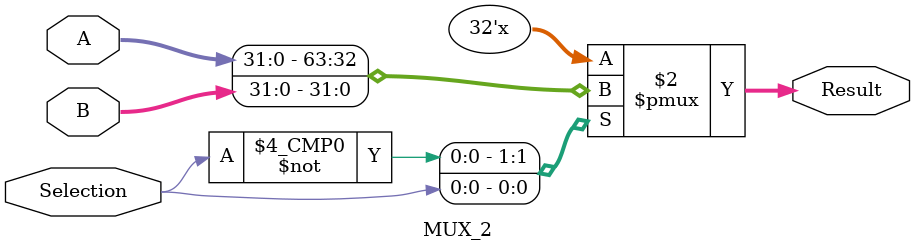
<source format=sv>

module MUX_2 (
    input logic               Selection,      //Señal para elegir la salida
    input logic        [31:0] A,              //Entrada 1
    input logic        [31:0] B,              //Entrada 2
    output logic [31:0] Result          //Salida del multiplexor
);
    //Lógica para seleccionar la salida
    always_comb begin
        case (Selection)
            1'b0: Result = A;
            1'b1: Result = B;
            default: Result = 32'hDEADBEEF;
        endcase
    end
    
endmodule
</source>
